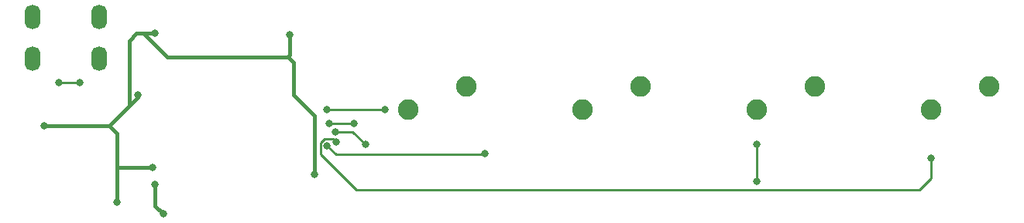
<source format=gbl>
%TF.GenerationSoftware,KiCad,Pcbnew,(6.0.6)*%
%TF.CreationDate,2022-06-26T20:00:42-04:00*%
%TF.ProjectId,keyboard,6b657962-6f61-4726-942e-6b696361645f,rev?*%
%TF.SameCoordinates,Original*%
%TF.FileFunction,Copper,L2,Bot*%
%TF.FilePolarity,Positive*%
%FSLAX46Y46*%
G04 Gerber Fmt 4.6, Leading zero omitted, Abs format (unit mm)*
G04 Created by KiCad (PCBNEW (6.0.6)) date 2022-06-26 20:00:42*
%MOMM*%
%LPD*%
G01*
G04 APERTURE LIST*
%TA.AperFunction,ComponentPad*%
%ADD10O,1.700000X2.700000*%
%TD*%
%TA.AperFunction,ComponentPad*%
%ADD11C,2.250000*%
%TD*%
%TA.AperFunction,ViaPad*%
%ADD12C,0.800000*%
%TD*%
%TA.AperFunction,Conductor*%
%ADD13C,0.250000*%
%TD*%
%TA.AperFunction,Conductor*%
%ADD14C,0.381000*%
%TD*%
G04 APERTURE END LIST*
D10*
%TO.P,USB1,6,SHIELD*%
%TO.N,unconnected-(USB1-Pad6)*%
X51275000Y-80700000D03*
X43975000Y-80700000D03*
X43975000Y-76200000D03*
X51275000Y-76200000D03*
%TD*%
D11*
%TO.P,MX4,1,COL*%
%TO.N,COL3*%
X142240000Y-86360000D03*
%TO.P,MX4,2,ROW*%
%TO.N,Net-(D4-Pad2)*%
X148590000Y-83820000D03*
%TD*%
%TO.P,MX3,1,COL*%
%TO.N,COL2*%
X123190000Y-86360000D03*
%TO.P,MX3,2,ROW*%
%TO.N,Net-(D3-Pad2)*%
X129540000Y-83820000D03*
%TD*%
%TO.P,MX2,1,COL*%
%TO.N,COL1*%
X104140000Y-86360000D03*
%TO.P,MX2,2,ROW*%
%TO.N,Net-(D2-Pad2)*%
X110490000Y-83820000D03*
%TD*%
%TO.P,MX1,1,COL*%
%TO.N,COL0*%
X85090000Y-86360000D03*
%TO.P,MX1,2,ROW*%
%TO.N,Net-(D1-Pad2)*%
X91440000Y-83820000D03*
%TD*%
D12*
%TO.N,COL3*%
X142240000Y-91694000D03*
X77188000Y-89916000D03*
%TO.N,COL2*%
X123190000Y-90170000D03*
X123190000Y-94234000D03*
X77089000Y-88773000D03*
X80391000Y-90170000D03*
%TO.N,COL1*%
X76454000Y-87884000D03*
X79121000Y-87884000D03*
%TO.N,COL0*%
X82550000Y-86360000D03*
X76200000Y-86360000D03*
%TO.N,ROW0*%
X93472000Y-91186000D03*
X76200000Y-90297000D03*
%TO.N,+5V*%
X72136000Y-78105000D03*
X57150000Y-92710000D03*
%TO.N,GND*%
X58293000Y-97790000D03*
X57404000Y-94525500D03*
%TO.N,+5V*%
X74803000Y-93472000D03*
X57404000Y-77978000D03*
X53213000Y-96520000D03*
X45243750Y-88106250D03*
X55562500Y-84744500D03*
%TO.N,VCC*%
X49212500Y-83343750D03*
X46925500Y-83343750D03*
%TD*%
D13*
%TO.N,COL3*%
X75899695Y-89572000D02*
X76844000Y-89572000D01*
X75475000Y-89996695D02*
X75899695Y-89572000D01*
X140970000Y-95123000D02*
X79375000Y-95123000D01*
X76844000Y-89572000D02*
X77188000Y-89916000D01*
X142240000Y-93853000D02*
X140970000Y-95123000D01*
X79375000Y-95123000D02*
X75475000Y-91223000D01*
X142240000Y-91694000D02*
X142240000Y-93853000D01*
X75475000Y-91223000D02*
X75475000Y-89996695D01*
%TO.N,COL2*%
X123190000Y-94234000D02*
X123190000Y-90170000D01*
X78994000Y-88773000D02*
X80391000Y-90170000D01*
X77089000Y-88773000D02*
X78994000Y-88773000D01*
%TO.N,COL1*%
X76454000Y-87884000D02*
X79121000Y-87884000D01*
%TO.N,COL0*%
X76200000Y-86360000D02*
X82550000Y-86360000D01*
%TO.N,ROW0*%
X93389099Y-91268901D02*
X93472000Y-91186000D01*
X93231362Y-91268901D02*
X93389099Y-91268901D01*
X76200000Y-90297000D02*
X77171901Y-91268901D01*
X77171901Y-91268901D02*
X93231362Y-91268901D01*
D14*
%TO.N,+5V*%
X72136000Y-78105000D02*
X72136000Y-80327500D01*
X72136000Y-80327500D02*
X71913750Y-80549750D01*
X71913750Y-80549750D02*
X58705750Y-80549750D01*
X53213000Y-92710000D02*
X53213000Y-88931750D01*
X53213000Y-96520000D02*
X53213000Y-92710000D01*
X57150000Y-92710000D02*
X53213000Y-92710000D01*
%TO.N,GND*%
X57404000Y-96901000D02*
X58293000Y-97790000D01*
X57404000Y-94525500D02*
X57404000Y-96901000D01*
%TO.N,+5V*%
X72517000Y-81153000D02*
X71913750Y-80549750D01*
X72517000Y-84709000D02*
X72517000Y-81153000D01*
X74803000Y-86995000D02*
X72517000Y-84709000D01*
X74803000Y-93472000D02*
X74803000Y-86995000D01*
X56134000Y-77978000D02*
X57404000Y-77978000D01*
X55372000Y-77978000D02*
X56134000Y-77978000D01*
X58705750Y-80549750D02*
X56134000Y-77978000D01*
X54562375Y-85931375D02*
X54562375Y-78787625D01*
X54562375Y-78787625D02*
X55372000Y-77978000D01*
X54562375Y-85931375D02*
X55562500Y-84931250D01*
X52387500Y-88106250D02*
X54562375Y-85931375D01*
X53213000Y-88931750D02*
X52387500Y-88106250D01*
X55562500Y-84931250D02*
X55562500Y-84744500D01*
X45243750Y-88106250D02*
X52387500Y-88106250D01*
D13*
%TO.N,VCC*%
X46925500Y-83343750D02*
X49212500Y-83343750D01*
%TD*%
M02*

</source>
